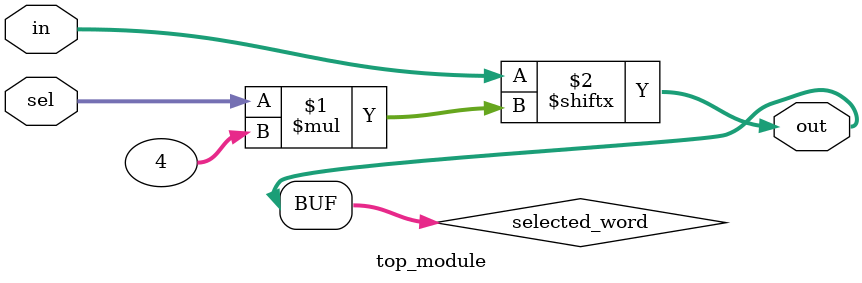
<source format=sv>
module top_module (
    input [1023:0] in,
    input [7:0] sel,
    output [3:0] out
);

localparam WORD_SIZE = 4;
localparam NUM_WORDS = 256;

wire [WORD_SIZE-1:0] selected_word;

assign selected_word = in[(sel * WORD_SIZE + WORD_SIZE - 1) : (sel * WORD_SIZE)];
assign out = selected_word;

endmodule

</source>
